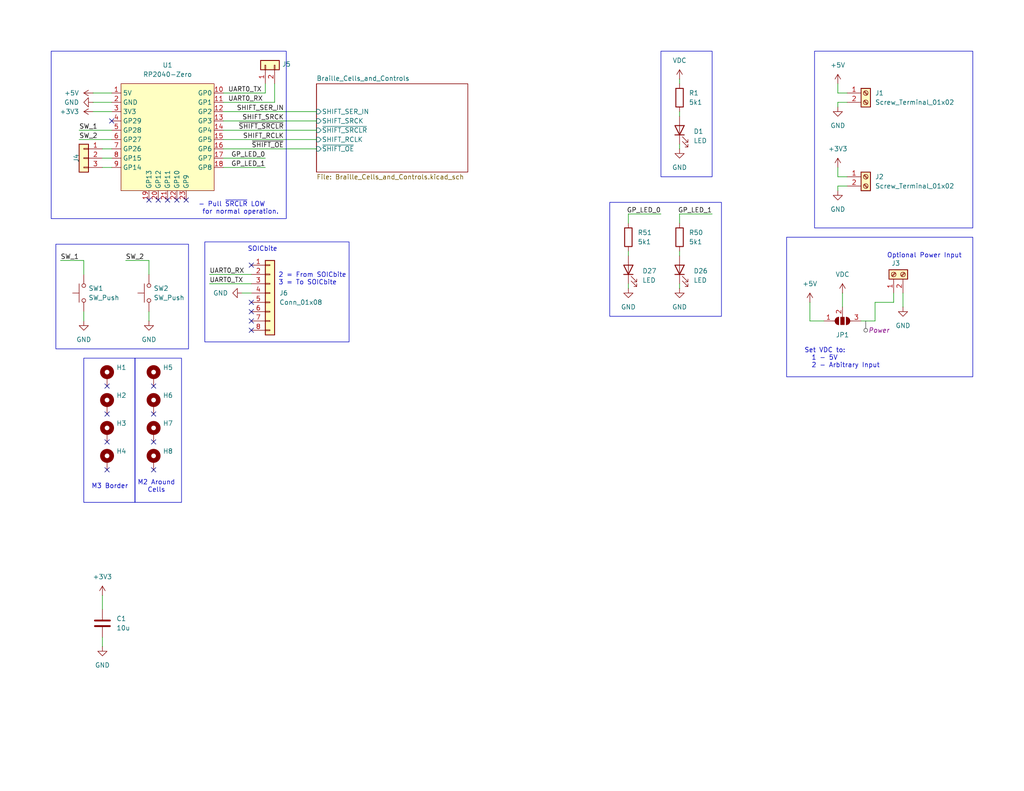
<source format=kicad_sch>
(kicad_sch (version 20231120) (generator "eeschema") (generator_version "8.0")
  (paper "USLetter")
  (title_block (date "2024-11-27") (rev "Rev 2"))
  (lib_symbols
    (symbol "00-project-symbols:RP2040-Zero"
      (property "Reference" "U1" (at 0 12.7 0))
      (property "Value" "RP2040-Zero" (at 0 10.16 0))
      (symbol "RP2040-Zero_0_1"
        (rectangle (start -12.7 7.62) (end 12.7 -21.59) (fill (type background)))
      )
      (symbol "RP2040-Zero_1_1"
        (pin power_in line (at -15.24 5.08 0) (length 2.54) (name "5V") (number "1"))
        (pin bidirectional line (at 15.24 5.08 180) (length 2.54) (name "GP0") (number "10"))
        (pin bidirectional line (at 15.24 2.54 180) (length 2.54) (name "GP1") (number "11"))
        (pin bidirectional line (at 15.24 0 180) (length 2.54) (name "GP2") (number "12"))
        (pin bidirectional line (at 15.24 -2.54 180) (length 2.54) (name "GP3") (number "13"))
        (pin bidirectional line (at 15.24 -5.08 180) (length 2.54) (name "GP4") (number "14"))
        (pin bidirectional line (at 15.24 -7.62 180) (length 2.54) (name "GP5") (number "15"))
        (pin bidirectional line (at 15.24 -10.16 180) (length 2.54) (name "GP6") (number "16"))
        (pin bidirectional line (at 15.24 -12.7 180) (length 2.54) (name "GP7") (number "17"))
        (pin bidirectional line (at 15.24 -15.24 180) (length 2.54) (name "GP8") (number "18"))
        (pin bidirectional line (at -5.08 -24.13 90) (length 2.54) (name "GP13") (number "19"))
        (pin power_in line (at -15.24 2.54 0) (length 2.54) (name "GND") (number "2"))
        (pin bidirectional line (at -2.54 -24.13 90) (length 2.54) (name "GP12") (number "20"))
        (pin bidirectional line (at 0 -24.13 90) (length 2.54) (name "GP11") (number "21"))
        (pin bidirectional line (at 2.54 -24.13 90) (length 2.54) (name "GP10") (number "22"))
        (pin bidirectional line (at 5.08 -24.13 90) (length 2.54) (name "GP9") (number "23"))
        (pin power_in line (at -15.24 0 0) (length 2.54) (name "3V3") (number "3"))
        (pin bidirectional line (at -15.24 -2.54 0) (length 2.54) (name "GP29") (number "4"))
        (pin bidirectional line (at -15.24 -5.08 0) (length 2.54) (name "GP28") (number "5"))
        (pin bidirectional line (at -15.24 -7.62 0) (length 2.54) (name "GP27") (number "6"))
        (pin bidirectional line (at -15.24 -10.16 0) (length 2.54) (name "GP26") (number "7"))
        (pin bidirectional line (at -15.24 -12.7 0) (length 2.54) (name "GP15") (number "8"))
        (pin bidirectional line (at -15.24 -15.24 0) (length 2.54) (name "GP14") (number "9"))
      )
    )
    (symbol "Connector:Screw_Terminal_01x02" (pin_names (offset 1.016) hide)
      (property "Reference" "J" (at 0 2.54 0))
      (property "Value" "Screw_Terminal_01x02" (at 0 -5.08 0))
      (symbol "Screw_Terminal_01x02_1_1"
        (rectangle (start -1.27 1.27) (end 1.27 -3.81) (stroke (width 0.254)) (fill (type background)))
        (circle (center 0 -2.54) (radius 0.635) (stroke (width 0.1524)))
        (polyline (pts (xy -0.5334 -2.2098) (xy 0.3302 -3.048)) (stroke (width 0.1524)))
        (polyline (pts (xy -0.5334 0.3302) (xy 0.3302 -0.508)) (stroke (width 0.1524)))
        (polyline (pts (xy -0.3556 -2.032) (xy 0.508 -2.8702)) (stroke (width 0.1524)))
        (polyline (pts (xy -0.3556 0.508) (xy 0.508 -0.3302)) (stroke (width 0.1524)))
        (circle (center 0 0) (radius 0.635) (stroke (width 0.1524)))
        (pin passive line (at -5.08 0 0) (length 3.81) (name "Pin_1") (number "1"))
        (pin passive line (at -5.08 -2.54 0) (length 3.81) (name "Pin_2") (number "2"))
      )
    )
    (symbol "Connector_Generic:Conn_01x02" (pin_names (offset 1.016) hide)
      (property "Reference" "J" (at 0 2.54 0))
      (property "Value" "Conn_01x02" (at 0 -5.08 0))
      (symbol "Conn_01x02_1_1"
        (rectangle (start -1.27 -2.413) (end 0 -2.667) (stroke (width 0.1524)))
        (rectangle (start -1.27 0.127) (end 0 -0.127) (stroke (width 0.1524)))
        (rectangle (start -1.27 1.27) (end 1.27 -3.81) (stroke (width 0.254)) (fill (type background)))
        (pin passive line (at -5.08 0 0) (length 3.81) (name "Pin_1") (number "1"))
        (pin passive line (at -5.08 -2.54 0) (length 3.81) (name "Pin_2") (number "2"))
      )
    )
    (symbol "Connector_Generic:Conn_01x03" (pin_names (offset 1.016) hide)
      (property "Reference" "J" (at 0 5.08 0))
      (property "Value" "Conn_01x03" (at 0 -5.08 0))
      (symbol "Conn_01x03_1_1"
        (rectangle (start -1.27 -2.413) (end 0 -2.667) (stroke (width 0.1524)))
        (rectangle (start -1.27 0.127) (end 0 -0.127) (stroke (width 0.1524)))
        (rectangle (start -1.27 2.667) (end 0 2.413) (stroke (width 0.1524)))
        (rectangle (start -1.27 3.81) (end 1.27 -3.81) (stroke (width 0.254)) (fill (type background)))
        (pin passive line (at -5.08 2.54 0) (length 3.81) (name "Pin_1") (number "1"))
        (pin passive line (at -5.08 0 0) (length 3.81) (name "Pin_2") (number "2"))
        (pin passive line (at -5.08 -2.54 0) (length 3.81) (name "Pin_3") (number "3"))
      )
    )
    (symbol "Connector_Generic:Conn_01x08" (pin_names (offset 1.016) hide)
      (property "Reference" "J" (at 0 10.16 0))
      (property "Value" "Conn_01x08" (at 0 -12.7 0))
      (symbol "Conn_01x08_1_1"
        (rectangle (start -1.27 -10.033) (end 0 -10.287) (stroke (width 0.1524)))
        (rectangle (start -1.27 -7.493) (end 0 -7.747) (stroke (width 0.1524)))
        (rectangle (start -1.27 -4.953) (end 0 -5.207) (stroke (width 0.1524)))
        (rectangle (start -1.27 -2.413) (end 0 -2.667) (stroke (width 0.1524)))
        (rectangle (start -1.27 0.127) (end 0 -0.127) (stroke (width 0.1524)))
        (rectangle (start -1.27 2.667) (end 0 2.413) (stroke (width 0.1524)))
        (rectangle (start -1.27 5.207) (end 0 4.953) (stroke (width 0.1524)))
        (rectangle (start -1.27 7.747) (end 0 7.493) (stroke (width 0.1524)))
        (rectangle (start -1.27 8.89) (end 1.27 -11.43) (stroke (width 0.254)) (fill (type background)))
        (pin passive line (at -5.08 7.62 0) (length 3.81) (name "Pin_1") (number "1"))
        (pin passive line (at -5.08 5.08 0) (length 3.81) (name "Pin_2") (number "2"))
        (pin passive line (at -5.08 2.54 0) (length 3.81) (name "Pin_3") (number "3"))
        (pin passive line (at -5.08 0 0) (length 3.81) (name "Pin_4") (number "4"))
        (pin passive line (at -5.08 -2.54 0) (length 3.81) (name "Pin_5") (number "5"))
        (pin passive line (at -5.08 -5.08 0) (length 3.81) (name "Pin_6") (number "6"))
        (pin passive line (at -5.08 -7.62 0) (length 3.81) (name "Pin_7") (number "7"))
        (pin passive line (at -5.08 -10.16 0) (length 3.81) (name "Pin_8") (number "8"))
      )
    )
    (symbol "Device:C" (pin_numbers hide) (pin_names (offset 0.254))
      (property "Reference" "C" (at 0.635 2.54 0))
      (property "Value" "C" (at 0.635 -2.54 0))
      (symbol "C_0_1"
        (polyline (pts (xy -2.032 -0.762) (xy 2.032 -0.762)) (stroke (width 0.508)))
        (polyline (pts (xy -2.032 0.762) (xy 2.032 0.762)) (stroke (width 0.508)))
      )
      (symbol "C_1_1"
        (pin passive line (at 0 3.81 270) (length 2.794) (name "~") (number "1"))
        (pin passive line (at 0 -3.81 90) (length 2.794) (name "~") (number "2"))
      )
    )
    (symbol "Device:LED" (pin_numbers hide) (pin_names (offset 1.016) hide)
      (property "Reference" "D" (at 0 2.54 0))
      (property "Value" "LED" (at 0 -2.54 0))
      (symbol "LED_0_1"
        (polyline (pts (xy -1.27 -1.27) (xy -1.27 1.27)) (stroke (width 0.254)))
        (polyline (pts (xy -1.27 0) (xy 1.27 0)))
        (polyline (pts (xy 1.27 -1.27) (xy 1.27 1.27) (xy -1.27 0) (xy 1.27 -1.27)) (stroke (width 0.254)))
        (polyline (pts (xy -3.048 -0.762) (xy -4.572 -2.286) (xy -3.81 -2.286) (xy -4.572 -2.286) (xy -4.572 -1.524)))
        (polyline (pts (xy -1.778 -0.762) (xy -3.302 -2.286) (xy -2.54 -2.286) (xy -3.302 -2.286) (xy -3.302 -1.524)))
      )
      (symbol "LED_1_1"
        (pin passive line (at -3.81 0 0) (length 2.54) (name "K") (number "1"))
        (pin passive line (at 3.81 0 180) (length 2.54) (name "A") (number "2"))
      )
    )
    (symbol "Device:R" (pin_numbers hide) (pin_names (offset 0))
      (property "Reference" "R" (at 2.032 0 90))
      (property "Value" "R" (at 0 0 90))
      (symbol "R_0_1"
        (rectangle (start -1.016 -2.54) (end 1.016 2.54) (stroke (width 0.254)))
      )
      (symbol "R_1_1"
        (pin passive line (at 0 3.81 270) (length 1.27) (name "~") (number "1"))
        (pin passive line (at 0 -3.81 90) (length 1.27) (name "~") (number "2"))
      )
    )
    (symbol "Jumper:SolderJumper_3_Open" (pin_names (offset 0) hide) (exclude_from_sim yes) (in_bom no)
      (property "Reference" "JP" (at -2.54 -2.54 0))
      (property "Value" "SolderJumper_3_Open" (at 0 2.794 0))
      (symbol "SolderJumper_3_Open_0_1"
        (arc (start -1.016 1.016) (mid -2.0276 0) (end -1.016 -1.016))
        (arc (start -1.016 1.016) (mid -2.0276 0) (end -1.016 -1.016) (fill (type outline)))
        (rectangle (start -0.508 1.016) (end 0.508 -1.016) (fill (type outline)))
        (polyline (pts (xy -2.54 0) (xy -2.032 0)))
        (polyline (pts (xy -1.016 1.016) (xy -1.016 -1.016)))
        (polyline (pts (xy 0 -1.27) (xy 0 -1.016)))
        (polyline (pts (xy 1.016 1.016) (xy 1.016 -1.016)))
        (polyline (pts (xy 2.54 0) (xy 2.032 0)))
        (arc (start 1.016 -1.016) (mid 2.0276 0) (end 1.016 1.016))
        (arc (start 1.016 -1.016) (mid 2.0276 0) (end 1.016 1.016) (fill (type outline)))
      )
      (symbol "SolderJumper_3_Open_1_1"
        (pin passive line (at -5.08 0 0) (length 2.54) (name "A") (number "1"))
        (pin passive line (at 0 -3.81 90) (length 2.54) (name "C") (number "2"))
        (pin passive line (at 5.08 0 180) (length 2.54) (name "B") (number "3"))
      )
    )
    (symbol "Mechanical:MountingHole_Pad" (pin_numbers hide) (pin_names (offset 1.016) hide) (exclude_from_sim yes) (in_bom no)
      (property "Reference" "H" (at 0 6.35 0))
      (property "Value" "MountingHole_Pad" (at 0 4.445 0))
      (symbol "MountingHole_Pad_0_1"
        (circle (center 0 1.27) (radius 1.27) (stroke (width 1.27)))
      )
      (symbol "MountingHole_Pad_1_1"
        (pin input line (at 0 -2.54 90) (length 2.54) (name "1") (number "1"))
      )
    )
    (symbol "Switch:SW_Push" (pin_numbers hide) (pin_names (offset 1.016) hide)
      (property "Reference" "SW" (at 1.27 2.54 0))
      (property "Value" "SW_Push" (at 0 -1.524 0))
      (symbol "SW_Push_0_1"
        (circle (center -2.032 0) (radius 0.508))
        (polyline (pts (xy 0 1.27) (xy 0 3.048)))
        (polyline (pts (xy 2.54 1.27) (xy -2.54 1.27)))
        (circle (center 2.032 0) (radius 0.508))
        (pin passive line (at -5.08 0 0) (length 2.54) (name "1") (number "1"))
        (pin passive line (at 5.08 0 180) (length 2.54) (name "2") (number "2"))
      )
    )
    (symbol "power:+3V3" (power) (pin_numbers hide) (pin_names (offset 0) hide)
      (property "Value" "+3V3" (at 0 3.556 0))
      (symbol "+3V3_0_1"
        (polyline (pts (xy -0.762 1.27) (xy 0 2.54)))
        (polyline (pts (xy 0 0) (xy 0 2.54)))
        (polyline (pts (xy 0 2.54) (xy 0.762 1.27)))
      )
      (symbol "+3V3_1_1"
        (pin power_in line (at 0 0 90) (length 0) (name "~") (number "1"))
      )
    )
    (symbol "power:+5V" (power) (pin_numbers hide) (pin_names (offset 0) hide)
      (property "Value" "+5V" (at 0 3.556 0))
      (symbol "+5V_0_1"
        (polyline (pts (xy -0.762 1.27) (xy 0 2.54)))
        (polyline (pts (xy 0 0) (xy 0 2.54)))
        (polyline (pts (xy 0 2.54) (xy 0.762 1.27)))
      )
      (symbol "+5V_1_1"
        (pin power_in line (at 0 0 90) (length 0) (name "~") (number "1"))
      )
    )
    (symbol "power:GND" (power) (pin_numbers hide) (pin_names (offset 0) hide)
      (property "Value" "GND" (at 0 -3.81 0))
      (symbol "GND_0_1"
        (polyline (pts (xy 0 0) (xy 0 -1.27) (xy 1.27 -1.27) (xy 0 -2.54) (xy -1.27 -1.27) (xy 0 -1.27)))
      )
      (symbol "GND_1_1"
        (pin power_in line (at 0 0 270) (length 0) (name "~") (number "1"))
      )
    )
    (symbol "power:VDC" (power) (pin_numbers hide) (pin_names (offset 0) hide)
      (property "Value" "VDC" (at 0 3.556 0))
      (symbol "VDC_0_1"
        (polyline (pts (xy -0.762 1.27) (xy 0 2.54)))
        (polyline (pts (xy 0 0) (xy 0 2.54)))
        (polyline (pts (xy 0 2.54) (xy 0.762 1.27)))
      )
      (symbol "VDC_1_1"
        (pin power_in line (at 0 0 90) (length 0) (name "~") (number "1"))
      )
    )
  )
  (no_connect (at 50.8 54.61))
  (no_connect (at 29.21 113.03))
  (no_connect (at 29.21 105.41))
  (no_connect (at 68.58 82.55))
  (no_connect (at 68.58 72.39))
  (no_connect (at 41.91 128.27))
  (no_connect (at 43.18 54.61))
  (no_connect (at 45.72 54.61))
  (no_connect (at 30.48 33.02))
  (no_connect (at 41.91 120.65))
  (no_connect (at 68.58 90.17))
  (no_connect (at 29.21 120.65))
  (no_connect (at 41.91 105.41))
  (no_connect (at 29.21 128.27))
  (no_connect (at 68.58 87.63))
  (no_connect (at 41.91 113.03))
  (no_connect (at 48.26 54.61))
  (no_connect (at 40.64 54.61))
  (no_connect (at 68.58 85.09))
  (wire (pts (xy 60.96 30.48) (xy 86.36 30.48)))
  (wire (pts (xy 57.15 77.47) (xy 68.58 77.47)))
  (wire (pts (xy 194.31 58.42) (xy 185.42 58.42)))
  (wire (pts (xy 228.6 48.26) (xy 231.14 48.26)))
  (wire (pts (xy 246.38 83.82) (xy 246.38 80.01)))
  (wire (pts (xy 228.6 45.72) (xy 228.6 48.26)))
  (wire (pts (xy 60.96 35.56) (xy 86.36 35.56)))
  (wire (pts (xy 185.42 77.47) (xy 185.42 78.74)))
  (wire (pts (xy 60.96 38.1) (xy 86.36 38.1)))
  (wire (pts (xy 228.6 25.4) (xy 231.14 25.4)))
  (wire (pts (xy 74.93 27.94) (xy 74.93 22.86)))
  (wire (pts (xy 22.86 87.63) (xy 22.86 85.09)))
  (wire (pts (xy 27.94 162.56) (xy 27.94 166.37)))
  (wire (pts (xy 185.42 58.42) (xy 185.42 60.96)))
  (wire (pts (xy 60.96 43.18) (xy 72.39 43.18)))
  (wire (pts (xy 22.86 71.12) (xy 22.86 74.93)))
  (wire (pts (xy 60.96 45.72) (xy 72.39 45.72)))
  (wire (pts (xy 185.42 69.85) (xy 185.42 68.58)))
  (wire (pts (xy 229.87 80.01) (xy 229.87 83.82)))
  (wire (pts (xy 238.76 87.63) (xy 238.76 82.55)))
  (wire (pts (xy 243.84 82.55) (xy 243.84 80.01)))
  (wire (pts (xy 238.76 82.55) (xy 243.84 82.55)))
  (wire (pts (xy 185.42 39.37) (xy 185.42 40.64)))
  (wire (pts (xy 21.59 38.1) (xy 30.48 38.1)))
  (wire (pts (xy 228.6 22.86) (xy 228.6 25.4)))
  (wire (pts (xy 180.34 58.42) (xy 171.45 58.42)))
  (wire (pts (xy 60.96 40.64) (xy 86.36 40.64)))
  (wire (pts (xy 25.4 27.94) (xy 30.48 27.94)))
  (wire (pts (xy 171.45 77.47) (xy 171.45 78.74)))
  (wire (pts (xy 220.98 87.63) (xy 224.79 87.63)))
  (wire (pts (xy 21.59 35.56) (xy 30.48 35.56)))
  (wire (pts (xy 220.98 82.55) (xy 220.98 87.63)))
  (wire (pts (xy 66.04 80.01) (xy 68.58 80.01)))
  (wire (pts (xy 185.42 22.86) (xy 185.42 21.59)))
  (wire (pts (xy 60.96 27.94) (xy 74.93 27.94)))
  (wire (pts (xy 60.96 25.4) (xy 72.39 25.4)))
  (wire (pts (xy 228.6 50.8) (xy 231.14 50.8)))
  (wire (pts (xy 72.39 25.4) (xy 72.39 22.86)))
  (wire (pts (xy 27.94 45.72) (xy 30.48 45.72)))
  (wire (pts (xy 228.6 52.07) (xy 228.6 50.8)))
  (wire (pts (xy 34.29 71.12) (xy 40.64 71.12)))
  (wire (pts (xy 27.94 43.18) (xy 30.48 43.18)))
  (wire (pts (xy 60.96 33.02) (xy 86.36 33.02)))
  (wire (pts (xy 40.64 87.63) (xy 40.64 85.09)))
  (wire (pts (xy 40.64 71.12) (xy 40.64 74.93)))
  (wire (pts (xy 27.94 173.99) (xy 27.94 176.53)))
  (wire (pts (xy 25.4 30.48) (xy 30.48 30.48)))
  (wire (pts (xy 16.51 71.12) (xy 22.86 71.12)))
  (wire (pts (xy 171.45 58.42) (xy 171.45 60.96)))
  (wire (pts (xy 185.42 31.75) (xy 185.42 30.48)))
  (wire (pts (xy 171.45 69.85) (xy 171.45 68.58)))
  (wire (pts (xy 27.94 40.64) (xy 30.48 40.64)))
  (wire (pts (xy 228.6 27.94) (xy 231.14 27.94)))
  (wire (pts (xy 228.6 29.21) (xy 228.6 27.94)))
  (wire (pts (xy 25.4 25.4) (xy 30.48 25.4)))
  (wire (pts (xy 57.15 74.93) (xy 68.58 74.93)))
  (wire (pts (xy 234.95 87.63) (xy 238.76 87.63)))
  (rectangle (start 55.88 66.04) (end 95.25 93.345))
  (rectangle (start 214.63 64.77) (end 265.43 102.87))
  (rectangle (start 36.83 97.79) (end 49.53 137.16))
  (rectangle (start 180.34 13.97) (end 194.31 48.26))
  (rectangle (start 222.25 13.97) (end 265.43 62.23))
  (rectangle (start 22.86 97.79) (end 36.83 137.16))
  (rectangle (start 13.97 13.97) (end 78.105 59.69))
  (rectangle (start 15.24 66.675) (end 51.435 95.25))
  (rectangle (start 166.37 55.245) (end 196.85 86.36))
  (text "SOICbite" (at 71.628 68.072 0) (effects (font (size 1.27 1.27))))
  (text "2 = From SOICbite\n3 = To SOICbite" (at 75.946 76.2 0) (effects (font (size 1.27 1.27)) (justify left)))
  (text "M2 Around\nCells" (at 42.672 132.842 0) (effects (font (size 1.27 1.27))))
  (text "Optional Power Input" (at 252.222 69.85 0) (effects (font (size 1.27 1.27))))
  (text "- Pull ~{SRCLR} LOW\n	for normal operation." (at 63.246 56.896 0) (effects (font (size 1.27 1.27))))
  (text "M3 Border" (at 29.972 132.842 0) (effects (font (size 1.27 1.27))))
  (text "Set VDC to:\n  1 - 5V\n  2 - Arbitrary Input" (at 219.456 97.79 0) (effects (font (size 1.27 1.27)) (justify left)))
  (label "~{SHIFT_OE}" (at 77.47 40.64 180))
  (label "UART0_RX" (at 62.23 27.94 0))
  (label "UART0_RX" (at 57.15 74.93 0))
  (label "UART0_TX" (at 62.23 25.4 0))
  (label "GP_LED_0" (at 180.34 58.42 180))
  (label "SHIFT_RCLK" (at 77.47 38.1 180))
  (label "SW_2" (at 34.29 71.12 0))
  (label "GP_LED_0" (at 72.39 43.18 180))
  (label "~{SHIFT_SRCLR}" (at 77.47 35.56 180))
  (label "SW_1" (at 21.59 35.56 0))
  (label "SHIFT_SER_IN" (at 77.47 30.48 180))
  (label "SHIFT_SRCK" (at 77.47 33.02 180))
  (label "SW_2" (at 21.59 38.1 0))
  (label "GP_LED_1" (at 194.31 58.42 180))
  (label "GP_LED_1" (at 72.39 45.72 180))
  (label "SW_1" (at 16.51 71.12 0))
  (label "UART0_TX" (at 57.15 77.47 0))
  (netclass_flag "" (length 2.54) (shape round) (at 236.22 87.63 180) (property "Netclass" "Power" (at 236.9185 90.17 0) (effects (font (italic yes)) (justify left))))
  (symbol (lib_id "Device:LED") (at 171.45 73.66 90) (unit 1)
    (property "Reference" "D27" (at 175.26 73.9774 90) (effects (justify right)))
    (property "Value" "LED" (at 175.26 76.5174 90) (effects (justify right)))
    (property "Footprint" "LED_SMD:LED_1206_3216Metric_Pad1.42x1.75mm_HandSolder" (effects (hide yes)))
    (property "Description" "Light emitting diode" (effects (hide yes)))
  )
  (symbol (lib_id "power:GND") (at 185.42 78.74 0) (unit 1)
    (property "Reference" "#PWR0126" (effects (hide yes)))
    (property "Value" "GND" (at 185.42 83.82 0))
    (property "Description" "Power symbol creates a global label with name \"GND\" , ground" (effects (hide yes)))
  )
  (symbol (lib_id "Device:R") (at 185.42 26.67 0) (unit 1)
    (property "Reference" "R1" (at 187.96 25.3999 0) (effects (justify left)))
    (property "Value" "5k1" (at 187.96 27.9399 0) (effects (justify left)))
    (property "Footprint" "Resistor_SMD:R_0603_1608Metric_Pad0.98x0.95mm_HandSolder" (effects (hide yes)))
    (property "Description" "Resistor" (effects (hide yes)))
  )
  (symbol (lib_id "power:GND") (at 246.38 83.82 0) (unit 1)
    (property "Reference" "#PWR016" (effects (hide yes)))
    (property "Value" "GND" (at 246.38 88.9 0))
    (property "Description" "Power symbol creates a global label with name \"GND\" , ground" (effects (hide yes)))
  )
  (symbol (lib_id "Connector:Screw_Terminal_01x02") (at 236.22 48.26 0) (unit 1)
    (property "Reference" "J2" (at 238.76 48.2599 0) (effects (justify left)))
    (property "Value" "Screw_Terminal_01x02" (at 238.76 50.7999 0) (effects (justify left)))
    (property "Footprint" "TerminalBlock:TerminalBlock_bornier-2_P5.08mm" (effects (hide yes)))
    (property "Description" "Generic screw terminal, single row, 01x02, script generated (kicad-library-utils/schlib/autogen/connector/)" (effects (hide yes)))
  )
  (symbol (lib_id "Connector_Generic:Conn_01x02") (at 72.39 17.78 90) (unit 1)
    (property "Reference" "J5" (at 76.962 17.526 90) (effects (justify right)))
    (property "Value" "Conn_01x02" (effects (hide yes)))
    (property "Footprint" "Connector_PinHeader_2.54mm:PinHeader_1x02_P2.54mm_Vertical" (effects (hide yes)))
    (property "Description" "Generic connector, single row, 01x02, script generated (kicad-library-utils/schlib/autogen/connector/)" (effects (hide yes)))
  )
  (symbol (lib_id "Device:R") (at 185.42 64.77 0) (unit 1)
    (property "Reference" "R50" (at 187.96 63.4999 0) (effects (justify left)))
    (property "Value" "5k1" (at 187.96 66.0399 0) (effects (justify left)))
    (property "Footprint" "Resistor_SMD:R_0603_1608Metric_Pad0.98x0.95mm_HandSolder" (effects (hide yes)))
    (property "Description" "Resistor" (effects (hide yes)))
  )
  (symbol (lib_id "Mechanical:MountingHole_Pad") (at 41.91 102.87 0) (unit 1) (exclude_from_sim yes) (in_bom no)
    (property "Reference" "H5" (at 44.45 100.3299 0) (effects (justify left)))
    (property "Value" "MountingHole_Pad" (effects (hide yes)))
    (property "Footprint" "00-project-footprints:Braille_Block_MountingHoles_M2_3x" (effects (hide yes)))
    (property "Description" "Mounting Hole with connection" (effects (hide yes)))
  )
  (symbol (lib_id "power:VDC") (at 185.42 21.59 0) (unit 1)
    (property "Reference" "#PWR08" (effects (hide yes)))
    (property "Value" "VDC" (at 185.42 16.51 0))
    (property "Description" "Power symbol creates a global label with name \"VDC\"" (effects (hide yes)))
  )
  (symbol (lib_id "Device:LED") (at 185.42 73.66 90) (unit 1)
    (property "Reference" "D26" (at 189.23 73.9774 90) (effects (justify right)))
    (property "Value" "LED" (at 189.23 76.5174 90) (effects (justify right)))
    (property "Footprint" "LED_SMD:LED_1206_3216Metric_Pad1.42x1.75mm_HandSolder" (effects (hide yes)))
    (property "Description" "Light emitting diode" (effects (hide yes)))
  )
  (symbol (lib_id "Switch:SW_Push") (at 22.86 80.01 90) (unit 1)
    (property "Reference" "SW1" (at 24.13 78.7399 90) (effects (justify right)))
    (property "Value" "SW_Push" (at 24.13 81.2799 90) (effects (justify right)))
    (property "Footprint" "00-project-footprints:PushButtonSMD_2.93x3.9" (effects (hide yes)))
    (property "Description" "Push button switch, generic, two pins" (effects (hide yes)))
  )
  (symbol (lib_id "power:GND") (at 66.04 80.01 270) (unit 1)
    (property "Reference" "#PWR0127" (effects (hide yes)))
    (property "Value" "GND" (at 62.23 80.0099 90) (effects (justify right)))
    (property "Description" "Power symbol creates a global label with name \"GND\" , ground" (effects (hide yes)))
  )
  (symbol (lib_id "power:GND") (at 228.6 52.07 0) (unit 1)
    (property "Reference" "#PWR014" (effects (hide yes)))
    (property "Value" "GND" (at 228.6 57.15 0))
    (property "Description" "Power symbol creates a global label with name \"GND\" , ground" (effects (hide yes)))
  )
  (symbol (lib_id "power:+5V") (at 228.6 22.86 0) (mirror y) (unit 1)
    (property "Reference" "#PWR011" (effects (hide yes)))
    (property "Value" "+5V" (at 228.6 17.78 0))
    (property "Description" "Power symbol creates a global label with name \"+5V\"" (effects (hide yes)))
  )
  (symbol (lib_id "Device:R") (at 171.45 64.77 0) (unit 1)
    (property "Reference" "R51" (at 173.99 63.4999 0) (effects (justify left)))
    (property "Value" "5k1" (at 173.99 66.0399 0) (effects (justify left)))
    (property "Footprint" "Resistor_SMD:R_0603_1608Metric_Pad0.98x0.95mm_HandSolder" (effects (hide yes)))
    (property "Description" "Resistor" (effects (hide yes)))
  )
  (symbol (lib_id "Connector:Screw_Terminal_01x02") (at 243.84 74.93 90) (unit 1)
    (property "Reference" "J3" (at 245.618 71.882 90) (effects (justify left)))
    (property "Value" "Screw_Terminal_01x02" (effects (hide yes)))
    (property "Footprint" "TerminalBlock:TerminalBlock_bornier-2_P5.08mm" (effects (hide yes)))
    (property "Description" "Generic screw terminal, single row, 01x02, script generated (kicad-library-utils/schlib/autogen/connector/)" (effects (hide yes)))
  )
  (symbol (lib_id "Mechanical:MountingHole_Pad") (at 29.21 125.73 0) (unit 1) (exclude_from_sim yes) (in_bom no)
    (property "Reference" "H4" (at 31.75 123.1899 0) (effects (justify left)))
    (property "Value" "MountingHole_Pad" (effects (hide yes)))
    (property "Footprint" "MountingHole:MountingHole_3.2mm_M3_Pad" (effects (hide yes)))
    (property "Description" "Mounting Hole with connection" (effects (hide yes)))
  )
  (symbol (lib_id "Mechanical:MountingHole_Pad") (at 41.91 110.49 0) (unit 1) (exclude_from_sim yes) (in_bom no)
    (property "Reference" "H6" (at 44.45 107.9499 0) (effects (justify left)))
    (property "Value" "MountingHole_Pad" (effects (hide yes)))
    (property "Footprint" "00-project-footprints:Braille_Block_MountingHoles_M2_3x" (effects (hide yes)))
    (property "Description" "Mounting Hole with connection" (effects (hide yes)))
  )
  (symbol (lib_id "Mechanical:MountingHole_Pad") (at 29.21 102.87 0) (unit 1) (exclude_from_sim yes) (in_bom no)
    (property "Reference" "H1" (at 31.75 100.3299 0) (effects (justify left)))
    (property "Value" "MountingHole_Pad" (effects (hide yes)))
    (property "Footprint" "MountingHole:MountingHole_3.2mm_M3_Pad" (effects (hide yes)))
    (property "Description" "Mounting Hole with connection" (effects (hide yes)))
  )
  (symbol (lib_id "power:GND") (at 25.4 27.94 270) (unit 1)
    (property "Reference" "#PWR04" (effects (hide yes)))
    (property "Value" "GND" (at 21.59 27.9399 90) (effects (justify right)))
    (property "Description" "Power symbol creates a global label with name \"GND\" , ground" (effects (hide yes)))
  )
  (symbol (lib_id "power:GND") (at 171.45 78.74 0) (unit 1)
    (property "Reference" "#PWR0125" (effects (hide yes)))
    (property "Value" "GND" (at 171.45 83.82 0))
    (property "Description" "Power symbol creates a global label with name \"GND\" , ground" (effects (hide yes)))
  )
  (symbol (lib_id "Connector:Screw_Terminal_01x02") (at 236.22 25.4 0) (unit 1)
    (property "Reference" "J1" (at 238.76 25.3999 0) (effects (justify left)))
    (property "Value" "Screw_Terminal_01x02" (at 238.76 27.9399 0) (effects (justify left)))
    (property "Footprint" "TerminalBlock:TerminalBlock_bornier-2_P5.08mm" (effects (hide yes)))
    (property "Description" "Generic screw terminal, single row, 01x02, script generated (kicad-library-utils/schlib/autogen/connector/)" (effects (hide yes)))
  )
  (symbol (lib_id "power:+3V3") (at 228.6 45.72 0) (unit 1)
    (property "Reference" "#PWR013" (effects (hide yes)))
    (property "Value" "+3V3" (at 228.6 40.64 0))
    (property "Description" "Power symbol creates a global label with name \"+3V3\"" (effects (hide yes)))
  )
  (symbol (lib_id "power:GND") (at 228.6 29.21 0) (unit 1)
    (property "Reference" "#PWR012" (effects (hide yes)))
    (property "Value" "GND" (at 228.6 34.29 0))
    (property "Description" "Power symbol creates a global label with name \"GND\" , ground" (effects (hide yes)))
  )
  (symbol (lib_id "Mechanical:MountingHole_Pad") (at 29.21 110.49 0) (unit 1) (exclude_from_sim yes) (in_bom no)
    (property "Reference" "H2" (at 31.75 107.9499 0) (effects (justify left)))
    (property "Value" "MountingHole_Pad" (effects (hide yes)))
    (property "Footprint" "MountingHole:MountingHole_3.2mm_M3_Pad" (effects (hide yes)))
    (property "Description" "Mounting Hole with connection" (effects (hide yes)))
  )
  (symbol (lib_id "power:+5V") (at 220.98 82.55 0) (mirror y) (unit 1)
    (property "Reference" "#PWR010" (effects (hide yes)))
    (property "Value" "+5V" (at 220.98 77.47 0))
    (property "Description" "Power symbol creates a global label with name \"+5V\"" (effects (hide yes)))
  )
  (symbol (lib_id "Mechanical:MountingHole_Pad") (at 29.21 118.11 0) (unit 1) (exclude_from_sim yes) (in_bom no)
    (property "Reference" "H3" (at 31.75 115.5699 0) (effects (justify left)))
    (property "Value" "MountingHole_Pad" (effects (hide yes)))
    (property "Footprint" "MountingHole:MountingHole_3.2mm_M3_Pad" (effects (hide yes)))
    (property "Description" "Mounting Hole with connection" (effects (hide yes)))
  )
  (symbol (lib_id "Device:C") (at 27.94 170.18 0) (unit 1)
    (property "Reference" "C1" (at 31.75 168.9099 0) (effects (justify left)))
    (property "Value" "10u" (at 31.75 171.4499 0) (effects (justify left)))
    (property "Footprint" "Capacitor_SMD:C_1206_3216Metric_Pad1.33x1.80mm_HandSolder" (effects (hide yes)))
    (property "Description" "Unpolarized capacitor" (effects (hide yes)))
  )
  (symbol (lib_id "00-project-symbols:RP2040-Zero") (at 45.72 30.48 0) (unit 1)
    (property "Reference" "U1" (at 45.72 17.78 0))
    (property "Value" "RP2040-Zero" (at 45.72 20.32 0))
    (property "Footprint" "00-project-footprints:RP2040 Zero" (effects (hide yes)))
  )
  (symbol (lib_id "power:+3V3") (at 25.4 30.48 90) (unit 1)
    (property "Reference" "#PWR05" (effects (hide yes)))
    (property "Value" "+3V3" (at 21.59 30.4799 90) (effects (justify left)))
    (property "Description" "Power symbol creates a global label with name \"+3V3\"" (effects (hide yes)))
  )
  (symbol (lib_id "power:+3V3") (at 27.94 162.56 0) (unit 1)
    (property "Reference" "#PWR01" (effects (hide yes)))
    (property "Value" "+3V3" (at 27.94 157.48 0))
    (property "Description" "Power symbol creates a global label with name \"+3V3\"" (effects (hide yes)))
  )
  (symbol (lib_id "Switch:SW_Push") (at 40.64 80.01 90) (unit 1)
    (property "Reference" "SW2" (at 41.91 78.7399 90) (effects (justify right)))
    (property "Value" "SW_Push" (at 41.91 81.2799 90) (effects (justify right)))
    (property "Footprint" "00-project-footprints:PushButtonSMD_2.93x3.9" (effects (hide yes)))
    (property "Description" "Push button switch, generic, two pins" (effects (hide yes)))
  )
  (symbol (lib_id "Connector_Generic:Conn_01x03") (at 22.86 43.18 0) (mirror y) (unit 1)
    (property "Reference" "J4" (at 20.828 43.18 90))
    (property "Value" "Conn_01x03" (effects (hide yes)))
    (property "Footprint" "Connector_PinHeader_2.54mm:PinHeader_1x03_P2.54mm_Vertical" (effects (hide yes)))
    (property "Description" "Generic connector, single row, 01x03, script generated (kicad-library-utils/schlib/autogen/connector/)" (effects (hide yes)))
  )
  (symbol (lib_id "power:GND") (at 22.86 87.63 0) (unit 1)
    (property "Reference" "#PWR06" (effects (hide yes)))
    (property "Value" "GND" (at 22.86 92.71 0))
    (property "Description" "Power symbol creates a global label with name \"GND\" , ground" (effects (hide yes)))
  )
  (symbol (lib_id "Mechanical:MountingHole_Pad") (at 41.91 125.73 0) (unit 1) (exclude_from_sim yes) (in_bom no)
    (property "Reference" "H8" (at 44.45 123.1899 0) (effects (justify left)))
    (property "Value" "MountingHole_Pad" (effects (hide yes)))
    (property "Footprint" "00-project-footprints:Braille_Block_MountingHoles_M2_3x" (effects (hide yes)))
    (property "Description" "Mounting Hole with connection" (effects (hide yes)))
  )
  (symbol (lib_id "Mechanical:MountingHole_Pad") (at 41.91 118.11 0) (unit 1) (exclude_from_sim yes) (in_bom no)
    (property "Reference" "H7" (at 44.45 115.5699 0) (effects (justify left)))
    (property "Value" "MountingHole_Pad" (effects (hide yes)))
    (property "Footprint" "00-project-footprints:Braille_Block_MountingHoles_M2_3x" (effects (hide yes)))
    (property "Description" "Mounting Hole with connection" (effects (hide yes)))
  )
  (symbol (lib_id "power:VDC") (at 229.87 80.01 0) (unit 1)
    (property "Reference" "#PWR015" (effects (hide yes)))
    (property "Value" "VDC" (at 229.87 74.93 0))
    (property "Description" "Power symbol creates a global label with name \"VDC\"" (effects (hide yes)))
  )
  (symbol (lib_id "Device:LED") (at 185.42 35.56 90) (unit 1)
    (property "Reference" "D1" (at 189.23 35.8774 90) (effects (justify right)))
    (property "Value" "LED" (at 189.23 38.4174 90) (effects (justify right)))
    (property "Footprint" "LED_SMD:LED_1206_3216Metric_Pad1.42x1.75mm_HandSolder" (effects (hide yes)))
    (property "Description" "Light emitting diode" (effects (hide yes)))
  )
  (symbol (lib_id "power:GND") (at 27.94 176.53 0) (unit 1)
    (property "Reference" "#PWR02" (effects (hide yes)))
    (property "Value" "GND" (at 27.94 181.61 0))
    (property "Description" "Power symbol creates a global label with name \"GND\" , ground" (effects (hide yes)))
  )
  (symbol (lib_id "Jumper:SolderJumper_3_Open") (at 229.87 87.63 0) (mirror x) (unit 1) (exclude_from_sim yes) (in_bom no)
    (property "Reference" "JP1" (at 229.87 91.44 0))
    (property "Value" "SolderJumper_3_Open" (effects (hide yes)))
    (property "Footprint" "Connector_PinHeader_2.54mm:PinHeader_1x03_P2.54mm_Vertical" (effects (hide yes)))
    (property "Description" "Solder Jumper, 3-pole, open" (effects (hide yes)))
  )
  (symbol (lib_id "Connector_Generic:Conn_01x08") (at 73.66 80.01 0) (unit 1)
    (property "Reference" "J6" (at 76.2 80.0099 0) (effects (justify left)))
    (property "Value" "Conn_01x08" (at 76.2 82.5499 0) (effects (justify left)))
    (property "Footprint" "00-project-footprints:SOICbite_clipProgSmall" (effects (hide yes)))
    (property "Description" "Generic connector, single row, 01x08, script generated (kicad-library-utils/schlib/autogen/connector/)" (effects (hide yes)))
  )
  (symbol (lib_id "power:GND") (at 40.64 87.63 0) (unit 1)
    (property "Reference" "#PWR07" (effects (hide yes)))
    (property "Value" "GND" (at 40.64 92.71 0))
    (property "Description" "Power symbol creates a global label with name \"GND\" , ground" (effects (hide yes)))
  )
  (symbol (lib_id "power:+5V") (at 25.4 25.4 90) (mirror x) (unit 1)
    (property "Reference" "#PWR03" (effects (hide yes)))
    (property "Value" "+5V" (at 21.59 25.3999 90) (effects (justify left)))
    (property "Description" "Power symbol creates a global label with name \"+5V\"" (effects (hide yes)))
  )
  (symbol (lib_id "power:GND") (at 185.42 40.64 0) (unit 1)
    (property "Reference" "#PWR09" (effects (hide yes)))
    (property "Value" "GND" (at 185.42 45.72 0))
    (property "Description" "Power symbol creates a global label with name \"GND\" , ground" (effects (hide yes)))
  )
  (sheet (at 86.36 22.86) (size 41.275 24.13) (stroke (width 0.1524))
    (property "Sheetname" "Braille_Cells_and_Controls" (at 86.36 22.1484 0) (effects (justify left bottom)))
    (property "Sheetfile" "Braille_Cells_and_Controls.kicad_sch" (at 86.36 47.5746 0) (effects (justify left top)))
    (pin "SHIFT_SRCK" input (at 86.36 33.02 180))
    (pin "~{SHIFT_SRCLR}" input (at 86.36 35.56 180))
    (pin "SHIFT_SER_IN" input (at 86.36 30.48 180))
    (pin "~{SHIFT_OE}" input (at 86.36 40.64 180))
    (pin "SHIFT_RCLK" input (at 86.36 38.1 180))
  )
)
</source>
